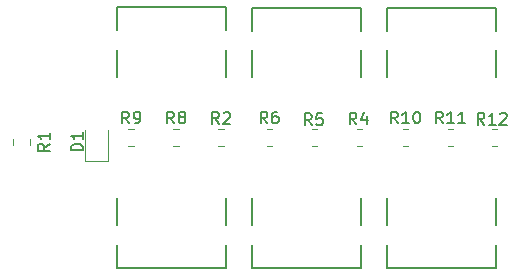
<source format=gbr>
%TF.GenerationSoftware,KiCad,Pcbnew,(6.0.11)*%
%TF.CreationDate,2023-04-18T18:31:17+02:00*%
%TF.ProjectId,FarmSupply,4661726d-5375-4707-906c-792e6b696361,rev?*%
%TF.SameCoordinates,Original*%
%TF.FileFunction,Legend,Top*%
%TF.FilePolarity,Positive*%
%FSLAX46Y46*%
G04 Gerber Fmt 4.6, Leading zero omitted, Abs format (unit mm)*
G04 Created by KiCad (PCBNEW (6.0.11)) date 2023-04-18 18:31:17*
%MOMM*%
%LPD*%
G01*
G04 APERTURE LIST*
%ADD10C,0.150000*%
%ADD11C,0.120000*%
G04 APERTURE END LIST*
D10*
%TO.C,R12*%
X115358942Y-89072980D02*
X115025609Y-88596790D01*
X114787514Y-89072980D02*
X114787514Y-88072980D01*
X115168466Y-88072980D01*
X115263704Y-88120600D01*
X115311323Y-88168219D01*
X115358942Y-88263457D01*
X115358942Y-88406314D01*
X115311323Y-88501552D01*
X115263704Y-88549171D01*
X115168466Y-88596790D01*
X114787514Y-88596790D01*
X116311323Y-89072980D02*
X115739895Y-89072980D01*
X116025609Y-89072980D02*
X116025609Y-88072980D01*
X115930371Y-88215838D01*
X115835133Y-88311076D01*
X115739895Y-88358695D01*
X116692276Y-88168219D02*
X116739895Y-88120600D01*
X116835133Y-88072980D01*
X117073228Y-88072980D01*
X117168466Y-88120600D01*
X117216085Y-88168219D01*
X117263704Y-88263457D01*
X117263704Y-88358695D01*
X117216085Y-88501552D01*
X116644657Y-89072980D01*
X117263704Y-89072980D01*
%TO.C,R11*%
X111832142Y-88972380D02*
X111498809Y-88496190D01*
X111260714Y-88972380D02*
X111260714Y-87972380D01*
X111641666Y-87972380D01*
X111736904Y-88020000D01*
X111784523Y-88067619D01*
X111832142Y-88162857D01*
X111832142Y-88305714D01*
X111784523Y-88400952D01*
X111736904Y-88448571D01*
X111641666Y-88496190D01*
X111260714Y-88496190D01*
X112784523Y-88972380D02*
X112213095Y-88972380D01*
X112498809Y-88972380D02*
X112498809Y-87972380D01*
X112403571Y-88115238D01*
X112308333Y-88210476D01*
X112213095Y-88258095D01*
X113736904Y-88972380D02*
X113165476Y-88972380D01*
X113451190Y-88972380D02*
X113451190Y-87972380D01*
X113355952Y-88115238D01*
X113260714Y-88210476D01*
X113165476Y-88258095D01*
%TO.C,R10*%
X108022142Y-88972380D02*
X107688809Y-88496190D01*
X107450714Y-88972380D02*
X107450714Y-87972380D01*
X107831666Y-87972380D01*
X107926904Y-88020000D01*
X107974523Y-88067619D01*
X108022142Y-88162857D01*
X108022142Y-88305714D01*
X107974523Y-88400952D01*
X107926904Y-88448571D01*
X107831666Y-88496190D01*
X107450714Y-88496190D01*
X108974523Y-88972380D02*
X108403095Y-88972380D01*
X108688809Y-88972380D02*
X108688809Y-87972380D01*
X108593571Y-88115238D01*
X108498333Y-88210476D01*
X108403095Y-88258095D01*
X109593571Y-87972380D02*
X109688809Y-87972380D01*
X109784047Y-88020000D01*
X109831666Y-88067619D01*
X109879285Y-88162857D01*
X109926904Y-88353333D01*
X109926904Y-88591428D01*
X109879285Y-88781904D01*
X109831666Y-88877142D01*
X109784047Y-88924761D01*
X109688809Y-88972380D01*
X109593571Y-88972380D01*
X109498333Y-88924761D01*
X109450714Y-88877142D01*
X109403095Y-88781904D01*
X109355476Y-88591428D01*
X109355476Y-88353333D01*
X109403095Y-88162857D01*
X109450714Y-88067619D01*
X109498333Y-88020000D01*
X109593571Y-87972380D01*
%TO.C,R9*%
X85280833Y-88972380D02*
X84947500Y-88496190D01*
X84709404Y-88972380D02*
X84709404Y-87972380D01*
X85090357Y-87972380D01*
X85185595Y-88020000D01*
X85233214Y-88067619D01*
X85280833Y-88162857D01*
X85280833Y-88305714D01*
X85233214Y-88400952D01*
X85185595Y-88448571D01*
X85090357Y-88496190D01*
X84709404Y-88496190D01*
X85757023Y-88972380D02*
X85947500Y-88972380D01*
X86042738Y-88924761D01*
X86090357Y-88877142D01*
X86185595Y-88734285D01*
X86233214Y-88543809D01*
X86233214Y-88162857D01*
X86185595Y-88067619D01*
X86137976Y-88020000D01*
X86042738Y-87972380D01*
X85852261Y-87972380D01*
X85757023Y-88020000D01*
X85709404Y-88067619D01*
X85661785Y-88162857D01*
X85661785Y-88400952D01*
X85709404Y-88496190D01*
X85757023Y-88543809D01*
X85852261Y-88591428D01*
X86042738Y-88591428D01*
X86137976Y-88543809D01*
X86185595Y-88496190D01*
X86233214Y-88400952D01*
%TO.C,R8*%
X89090833Y-88972380D02*
X88757500Y-88496190D01*
X88519404Y-88972380D02*
X88519404Y-87972380D01*
X88900357Y-87972380D01*
X88995595Y-88020000D01*
X89043214Y-88067619D01*
X89090833Y-88162857D01*
X89090833Y-88305714D01*
X89043214Y-88400952D01*
X88995595Y-88448571D01*
X88900357Y-88496190D01*
X88519404Y-88496190D01*
X89662261Y-88400952D02*
X89567023Y-88353333D01*
X89519404Y-88305714D01*
X89471785Y-88210476D01*
X89471785Y-88162857D01*
X89519404Y-88067619D01*
X89567023Y-88020000D01*
X89662261Y-87972380D01*
X89852738Y-87972380D01*
X89947976Y-88020000D01*
X89995595Y-88067619D01*
X90043214Y-88162857D01*
X90043214Y-88210476D01*
X89995595Y-88305714D01*
X89947976Y-88353333D01*
X89852738Y-88400952D01*
X89662261Y-88400952D01*
X89567023Y-88448571D01*
X89519404Y-88496190D01*
X89471785Y-88591428D01*
X89471785Y-88781904D01*
X89519404Y-88877142D01*
X89567023Y-88924761D01*
X89662261Y-88972380D01*
X89852738Y-88972380D01*
X89947976Y-88924761D01*
X89995595Y-88877142D01*
X90043214Y-88781904D01*
X90043214Y-88591428D01*
X89995595Y-88496190D01*
X89947976Y-88448571D01*
X89852738Y-88400952D01*
%TO.C,R6*%
X96988333Y-88972380D02*
X96655000Y-88496190D01*
X96416904Y-88972380D02*
X96416904Y-87972380D01*
X96797857Y-87972380D01*
X96893095Y-88020000D01*
X96940714Y-88067619D01*
X96988333Y-88162857D01*
X96988333Y-88305714D01*
X96940714Y-88400952D01*
X96893095Y-88448571D01*
X96797857Y-88496190D01*
X96416904Y-88496190D01*
X97845476Y-87972380D02*
X97655000Y-87972380D01*
X97559761Y-88020000D01*
X97512142Y-88067619D01*
X97416904Y-88210476D01*
X97369285Y-88400952D01*
X97369285Y-88781904D01*
X97416904Y-88877142D01*
X97464523Y-88924761D01*
X97559761Y-88972380D01*
X97750238Y-88972380D01*
X97845476Y-88924761D01*
X97893095Y-88877142D01*
X97940714Y-88781904D01*
X97940714Y-88543809D01*
X97893095Y-88448571D01*
X97845476Y-88400952D01*
X97750238Y-88353333D01*
X97559761Y-88353333D01*
X97464523Y-88400952D01*
X97416904Y-88448571D01*
X97369285Y-88543809D01*
%TO.C,R5*%
X100747533Y-89123780D02*
X100414200Y-88647590D01*
X100176104Y-89123780D02*
X100176104Y-88123780D01*
X100557057Y-88123780D01*
X100652295Y-88171400D01*
X100699914Y-88219019D01*
X100747533Y-88314257D01*
X100747533Y-88457114D01*
X100699914Y-88552352D01*
X100652295Y-88599971D01*
X100557057Y-88647590D01*
X100176104Y-88647590D01*
X101652295Y-88123780D02*
X101176104Y-88123780D01*
X101128485Y-88599971D01*
X101176104Y-88552352D01*
X101271342Y-88504733D01*
X101509438Y-88504733D01*
X101604676Y-88552352D01*
X101652295Y-88599971D01*
X101699914Y-88695209D01*
X101699914Y-88933304D01*
X101652295Y-89028542D01*
X101604676Y-89076161D01*
X101509438Y-89123780D01*
X101271342Y-89123780D01*
X101176104Y-89076161D01*
X101128485Y-89028542D01*
%TO.C,R4*%
X104532133Y-89047580D02*
X104198800Y-88571390D01*
X103960704Y-89047580D02*
X103960704Y-88047580D01*
X104341657Y-88047580D01*
X104436895Y-88095200D01*
X104484514Y-88142819D01*
X104532133Y-88238057D01*
X104532133Y-88380914D01*
X104484514Y-88476152D01*
X104436895Y-88523771D01*
X104341657Y-88571390D01*
X103960704Y-88571390D01*
X105389276Y-88380914D02*
X105389276Y-89047580D01*
X105151180Y-87999961D02*
X104913085Y-88714247D01*
X105532133Y-88714247D01*
%TO.C,R2*%
X92898933Y-88996780D02*
X92565600Y-88520590D01*
X92327504Y-88996780D02*
X92327504Y-87996780D01*
X92708457Y-87996780D01*
X92803695Y-88044400D01*
X92851314Y-88092019D01*
X92898933Y-88187257D01*
X92898933Y-88330114D01*
X92851314Y-88425352D01*
X92803695Y-88472971D01*
X92708457Y-88520590D01*
X92327504Y-88520590D01*
X93279885Y-88092019D02*
X93327504Y-88044400D01*
X93422742Y-87996780D01*
X93660838Y-87996780D01*
X93756076Y-88044400D01*
X93803695Y-88092019D01*
X93851314Y-88187257D01*
X93851314Y-88282495D01*
X93803695Y-88425352D01*
X93232266Y-88996780D01*
X93851314Y-88996780D01*
%TO.C,R1*%
X78557380Y-90694166D02*
X78081190Y-91027500D01*
X78557380Y-91265595D02*
X77557380Y-91265595D01*
X77557380Y-90884642D01*
X77605000Y-90789404D01*
X77652619Y-90741785D01*
X77747857Y-90694166D01*
X77890714Y-90694166D01*
X77985952Y-90741785D01*
X78033571Y-90789404D01*
X78081190Y-90884642D01*
X78081190Y-91265595D01*
X78557380Y-89741785D02*
X78557380Y-90313214D01*
X78557380Y-90027500D02*
X77557380Y-90027500D01*
X77700238Y-90122738D01*
X77795476Y-90217976D01*
X77843095Y-90313214D01*
%TO.C,D1*%
X81352380Y-91240595D02*
X80352380Y-91240595D01*
X80352380Y-91002500D01*
X80400000Y-90859642D01*
X80495238Y-90764404D01*
X80590476Y-90716785D01*
X80780952Y-90669166D01*
X80923809Y-90669166D01*
X81114285Y-90716785D01*
X81209523Y-90764404D01*
X81304761Y-90859642D01*
X81352380Y-91002500D01*
X81352380Y-91240595D01*
X81352380Y-89716785D02*
X81352380Y-90288214D01*
X81352380Y-90002500D02*
X80352380Y-90002500D01*
X80495238Y-90097738D01*
X80590476Y-90192976D01*
X80638095Y-90288214D01*
%TO.C,P6*%
X84300000Y-82719200D02*
X84300000Y-85019200D01*
X84300000Y-79119200D02*
X84300000Y-81069200D01*
X84300000Y-79119200D02*
X93500000Y-79119200D01*
X93500000Y-79119200D02*
X93500000Y-81069200D01*
X93500000Y-82719200D02*
X93500000Y-85019200D01*
%TO.C,P5*%
X95730000Y-82770000D02*
X95730000Y-85070000D01*
X95730000Y-79170000D02*
X95730000Y-81120000D01*
X95730000Y-79170000D02*
X104930000Y-79170000D01*
X104930000Y-79170000D02*
X104930000Y-81120000D01*
X104930000Y-82770000D02*
X104930000Y-85070000D01*
%TO.C,P4*%
X107160000Y-82770000D02*
X107160000Y-85070000D01*
X107160000Y-79170000D02*
X107160000Y-81120000D01*
X107160000Y-79170000D02*
X116360000Y-79170000D01*
X116360000Y-79170000D02*
X116360000Y-81120000D01*
X116360000Y-82770000D02*
X116360000Y-85070000D01*
%TO.C,P3*%
X116360000Y-97570000D02*
X116360000Y-95270000D01*
X116360000Y-101170000D02*
X116360000Y-99220000D01*
X116360000Y-101170000D02*
X107160000Y-101170000D01*
X107160000Y-101170000D02*
X107160000Y-99220000D01*
X107160000Y-97570000D02*
X107160000Y-95270000D01*
%TO.C,P2*%
X104930000Y-97570000D02*
X104930000Y-95270000D01*
X104930000Y-101170000D02*
X104930000Y-99220000D01*
X104930000Y-101170000D02*
X95730000Y-101170000D01*
X95730000Y-101170000D02*
X95730000Y-99220000D01*
X95730000Y-97570000D02*
X95730000Y-95270000D01*
%TO.C,P1*%
X93500000Y-97570000D02*
X93500000Y-95270000D01*
X93500000Y-101170000D02*
X93500000Y-99220000D01*
X93500000Y-101170000D02*
X84300000Y-101170000D01*
X84300000Y-101170000D02*
X84300000Y-99220000D01*
X84300000Y-97570000D02*
X84300000Y-95270000D01*
D11*
%TO.C,R12*%
X116432064Y-90905000D02*
X115977936Y-90905000D01*
X116432064Y-89435000D02*
X115977936Y-89435000D01*
%TO.C,R11*%
X112247936Y-89435000D02*
X112702064Y-89435000D01*
X112247936Y-90905000D02*
X112702064Y-90905000D01*
%TO.C,R10*%
X108437936Y-89435000D02*
X108892064Y-89435000D01*
X108437936Y-90905000D02*
X108892064Y-90905000D01*
%TO.C,R9*%
X85220436Y-89435000D02*
X85674564Y-89435000D01*
X85220436Y-90905000D02*
X85674564Y-90905000D01*
%TO.C,R8*%
X89030436Y-89435000D02*
X89484564Y-89435000D01*
X89030436Y-90905000D02*
X89484564Y-90905000D01*
%TO.C,R6*%
X96927936Y-89435000D02*
X97382064Y-89435000D01*
X96927936Y-90905000D02*
X97382064Y-90905000D01*
%TO.C,R5*%
X101192064Y-90905000D02*
X100737936Y-90905000D01*
X101192064Y-89435000D02*
X100737936Y-89435000D01*
%TO.C,R4*%
X105002064Y-90905000D02*
X104547936Y-90905000D01*
X105002064Y-89435000D02*
X104547936Y-89435000D01*
%TO.C,R2*%
X93294564Y-90905000D02*
X92840436Y-90905000D01*
X93294564Y-89435000D02*
X92840436Y-89435000D01*
%TO.C,R1*%
X76935000Y-90754564D02*
X76935000Y-90300436D01*
X75465000Y-90754564D02*
X75465000Y-90300436D01*
%TO.C,D1*%
X81590000Y-92187500D02*
X83510000Y-92187500D01*
X83510000Y-92187500D02*
X83510000Y-89502500D01*
X81590000Y-89502500D02*
X81590000Y-92187500D01*
%TD*%
M02*

</source>
